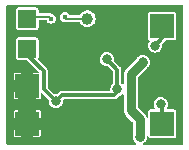
<source format=gbr>
%TF.GenerationSoftware,KiCad,Pcbnew,(6.0.5)*%
%TF.CreationDate,2023-01-22T23:41:33+00:00*%
%TF.ProjectId,TinyDrive,54696e79-4472-4697-9665-2e6b69636164,rev?*%
%TF.SameCoordinates,Original*%
%TF.FileFunction,Copper,L2,Bot*%
%TF.FilePolarity,Positive*%
%FSLAX46Y46*%
G04 Gerber Fmt 4.6, Leading zero omitted, Abs format (unit mm)*
G04 Created by KiCad (PCBNEW (6.0.5)) date 2023-01-22 23:41:33*
%MOMM*%
%LPD*%
G01*
G04 APERTURE LIST*
%TA.AperFunction,SMDPad,CuDef*%
%ADD10R,2.000000X2.000000*%
%TD*%
%TA.AperFunction,SMDPad,CuDef*%
%ADD11C,1.000000*%
%TD*%
%TA.AperFunction,SMDPad,CuDef*%
%ADD12R,1.500000X1.500000*%
%TD*%
%TA.AperFunction,ViaPad*%
%ADD13C,0.400000*%
%TD*%
%TA.AperFunction,ViaPad*%
%ADD14C,0.800000*%
%TD*%
%TA.AperFunction,Conductor*%
%ADD15C,0.800000*%
%TD*%
%TA.AperFunction,Conductor*%
%ADD16C,0.300000*%
%TD*%
%TA.AperFunction,Conductor*%
%ADD17C,0.200000*%
%TD*%
%TA.AperFunction,Conductor*%
%ADD18C,1.500000*%
%TD*%
G04 APERTURE END LIST*
D10*
%TO.P,TP4,1,1*%
%TO.N,GND*%
X92075000Y-90805000D03*
%TD*%
D11*
%TO.P,TP5,1,1*%
%TO.N,/UDPI*%
X97155000Y-81915000D03*
%TD*%
D10*
%TO.P,TP15,1,1*%
%TO.N,/M1+*%
X103505000Y-82550000D03*
%TD*%
%TO.P,TP3,1,1*%
%TO.N,GND*%
X92075000Y-87630000D03*
%TD*%
%TO.P,TP11,1,1*%
%TO.N,/M2+*%
X103505000Y-90805000D03*
%TD*%
D12*
%TO.P,TP9,1,1*%
%TO.N,/IBUS*%
X92075000Y-81915000D03*
%TD*%
%TO.P,TP8,1,1*%
%TO.N,+3V3*%
X92075000Y-84455000D03*
%TD*%
D13*
%TO.N,GND*%
X101854000Y-88900000D03*
X100076000Y-91313000D03*
X92202000Y-86106000D03*
X93980000Y-85852000D03*
X93683643Y-90889392D03*
X95504000Y-89662000D03*
X94784357Y-87587392D03*
X99355500Y-91402500D03*
X98044000Y-87376000D03*
X97282000Y-87376000D03*
X96266000Y-89662000D03*
X94742000Y-89662000D03*
D14*
%TO.N,+3V3*%
X94488000Y-88900000D03*
%TO.N,+BATT*%
X101854000Y-85598000D03*
X101600000Y-91948000D03*
D13*
%TO.N,GND*%
X100076000Y-81153000D03*
X93224500Y-89281000D03*
X95758000Y-84201000D03*
X104648000Y-85598000D03*
X93472000Y-83058000D03*
X96111200Y-81180800D03*
X90805000Y-89281000D03*
X90805000Y-83439000D03*
X101346000Y-82423000D03*
X101854000Y-81153000D03*
X104775000Y-81153000D03*
X102399500Y-86360000D03*
X90792510Y-92202000D03*
X99822000Y-85103000D03*
X104902000Y-89281000D03*
X102235000Y-84836000D03*
X104902000Y-92202000D03*
X97155000Y-85598000D03*
X98552000Y-82423000D03*
X104902000Y-84074000D03*
X104775000Y-87630000D03*
X90805000Y-81153000D03*
X90678000Y-85852000D03*
X103632000Y-86614000D03*
X98171000Y-85968980D03*
X103632000Y-84836000D03*
D14*
%TO.N,+3V3*%
X98806000Y-85344000D03*
X99712664Y-87899718D03*
D13*
%TO.N,/UDPI*%
X95250000Y-81788000D03*
%TO.N,/IBUS*%
X94107000Y-81915000D03*
D14*
%TO.N,/M1+*%
X102899752Y-84194285D03*
%TO.N,/M2+*%
X103378000Y-89154000D03*
%TD*%
D15*
%TO.N,+BATT*%
X100838000Y-89662000D02*
X101600000Y-90424000D01*
X101600000Y-90424000D02*
X101600000Y-91948000D01*
X100838000Y-86614000D02*
X100838000Y-89662000D01*
X101854000Y-85598000D02*
X100838000Y-86614000D01*
D16*
%TO.N,+3V3*%
X99712664Y-88120336D02*
X99441000Y-88392000D01*
X99712664Y-87899718D02*
X99712664Y-88120336D01*
X99695000Y-86233000D02*
X98806000Y-85344000D01*
X99712664Y-87899718D02*
X99695000Y-87882054D01*
X99695000Y-87882054D02*
X99695000Y-86233000D01*
D17*
%TO.N,/UDPI*%
X95377000Y-81915000D02*
X97155000Y-81915000D01*
X95250000Y-81788000D02*
X95377000Y-81915000D01*
D16*
%TO.N,+3V3*%
X92075000Y-84963000D02*
X92075000Y-84455000D01*
X93472000Y-86360000D02*
X92075000Y-84963000D01*
X94488000Y-88900000D02*
X93472000Y-87884000D01*
X93472000Y-87884000D02*
X93472000Y-86360000D01*
X94996000Y-88392000D02*
X99441000Y-88392000D01*
X94488000Y-88900000D02*
X94996000Y-88392000D01*
D18*
%TO.N,GND*%
X92075000Y-87630000D02*
X92075000Y-90805000D01*
D17*
%TO.N,/IBUS*%
X92239511Y-81750489D02*
X92075000Y-81915000D01*
X94107000Y-81915000D02*
X93942489Y-81750489D01*
X93942489Y-81750489D02*
X92239511Y-81750489D01*
D16*
%TO.N,/M1+*%
X102899752Y-84194285D02*
X103505000Y-83589037D01*
X103505000Y-83589037D02*
X103505000Y-82550000D01*
%TO.N,/M2+*%
X103505000Y-89281000D02*
X103505000Y-90805000D01*
X103378000Y-89154000D02*
X103505000Y-89281000D01*
%TD*%
%TA.AperFunction,Conductor*%
%TO.N,GND*%
G36*
X105263048Y-80791952D02*
G01*
X105281500Y-80836500D01*
X105281500Y-92518500D01*
X105263048Y-92563048D01*
X105218500Y-92581500D01*
X101946428Y-92581500D01*
X101901880Y-92563048D01*
X101883428Y-92518500D01*
X101901880Y-92473952D01*
X101908076Y-92468519D01*
X102025003Y-92378798D01*
X102028282Y-92376282D01*
X102039934Y-92361097D01*
X102122022Y-92254118D01*
X102122024Y-92254115D01*
X102124536Y-92250841D01*
X102185044Y-92104762D01*
X102205682Y-91948000D01*
X102203227Y-91929354D01*
X102215706Y-91882780D01*
X102257464Y-91858670D01*
X102304039Y-91871149D01*
X102318070Y-91886130D01*
X102346953Y-91929355D01*
X102360448Y-91949552D01*
X102365611Y-91953002D01*
X102421608Y-91990419D01*
X102421610Y-91990420D01*
X102426769Y-91993867D01*
X102432855Y-91995078D01*
X102432856Y-91995078D01*
X102447930Y-91998076D01*
X102485252Y-92005500D01*
X104524748Y-92005500D01*
X104562070Y-91998076D01*
X104577144Y-91995078D01*
X104577145Y-91995078D01*
X104583231Y-91993867D01*
X104588390Y-91990420D01*
X104588392Y-91990419D01*
X104644389Y-91953002D01*
X104649552Y-91949552D01*
X104661016Y-91932395D01*
X104690419Y-91888392D01*
X104690420Y-91888390D01*
X104693867Y-91883231D01*
X104705500Y-91824748D01*
X104705500Y-89785252D01*
X104693867Y-89726769D01*
X104690420Y-89721610D01*
X104690419Y-89721608D01*
X104653002Y-89665611D01*
X104649552Y-89660448D01*
X104592968Y-89622639D01*
X104588392Y-89619581D01*
X104588390Y-89619580D01*
X104583231Y-89616133D01*
X104577145Y-89614922D01*
X104577144Y-89614922D01*
X104562070Y-89611924D01*
X104524748Y-89604500D01*
X103918500Y-89604500D01*
X103873952Y-89586048D01*
X103855500Y-89541500D01*
X103855500Y-89539525D01*
X103868519Y-89501173D01*
X103900022Y-89460118D01*
X103900024Y-89460115D01*
X103902536Y-89456841D01*
X103912943Y-89431717D01*
X103961463Y-89314580D01*
X103961464Y-89314577D01*
X103963044Y-89310762D01*
X103983682Y-89154000D01*
X103963044Y-88997238D01*
X103924463Y-88904094D01*
X103904117Y-88854975D01*
X103904116Y-88854973D01*
X103902536Y-88851159D01*
X103900024Y-88847885D01*
X103900022Y-88847882D01*
X103808798Y-88728997D01*
X103806282Y-88725718D01*
X103753354Y-88685105D01*
X103684118Y-88631978D01*
X103684115Y-88631976D01*
X103680841Y-88629464D01*
X103677027Y-88627884D01*
X103677025Y-88627883D01*
X103538580Y-88570537D01*
X103538577Y-88570536D01*
X103534762Y-88568956D01*
X103378000Y-88548318D01*
X103221238Y-88568956D01*
X103217423Y-88570536D01*
X103217420Y-88570537D01*
X103078975Y-88627883D01*
X103078973Y-88627884D01*
X103075159Y-88629464D01*
X103071885Y-88631976D01*
X103071882Y-88631978D01*
X103002646Y-88685105D01*
X102949718Y-88725718D01*
X102947202Y-88728997D01*
X102855978Y-88847882D01*
X102855976Y-88847885D01*
X102853464Y-88851159D01*
X102851884Y-88854973D01*
X102851883Y-88854975D01*
X102831538Y-88904094D01*
X102792956Y-88997238D01*
X102772318Y-89154000D01*
X102792956Y-89310762D01*
X102794536Y-89314577D01*
X102794537Y-89314580D01*
X102843057Y-89431717D01*
X102853464Y-89456841D01*
X102887482Y-89501173D01*
X102888997Y-89503148D01*
X102901477Y-89549723D01*
X102877368Y-89591481D01*
X102839016Y-89604500D01*
X102485252Y-89604500D01*
X102447930Y-89611924D01*
X102432856Y-89614922D01*
X102432855Y-89614922D01*
X102426769Y-89616133D01*
X102421610Y-89619580D01*
X102421608Y-89619581D01*
X102417032Y-89622639D01*
X102360448Y-89660448D01*
X102356998Y-89665611D01*
X102319581Y-89721608D01*
X102319580Y-89721610D01*
X102316133Y-89726769D01*
X102304500Y-89785252D01*
X102304500Y-90238909D01*
X102286048Y-90283457D01*
X102241500Y-90301909D01*
X102196952Y-90283457D01*
X102183296Y-90263018D01*
X102126117Y-90124975D01*
X102126116Y-90124973D01*
X102124536Y-90121159D01*
X102122024Y-90117885D01*
X102122022Y-90117882D01*
X102052450Y-90027215D01*
X102030798Y-89998997D01*
X102028282Y-89995718D01*
X102000063Y-89974064D01*
X101993866Y-89968631D01*
X101456952Y-89431717D01*
X101438500Y-89387169D01*
X101438500Y-86888831D01*
X101456952Y-86844283D01*
X102247866Y-86053369D01*
X102254062Y-86047936D01*
X102279003Y-86028798D01*
X102282282Y-86026282D01*
X102293934Y-86011097D01*
X102376022Y-85904118D01*
X102376024Y-85904115D01*
X102378536Y-85900841D01*
X102380117Y-85897025D01*
X102437463Y-85758580D01*
X102437464Y-85758577D01*
X102439044Y-85754762D01*
X102459682Y-85598000D01*
X102439044Y-85441238D01*
X102426271Y-85410400D01*
X102380117Y-85298975D01*
X102380116Y-85298973D01*
X102378536Y-85295159D01*
X102376024Y-85291885D01*
X102376022Y-85291882D01*
X102284798Y-85172997D01*
X102282282Y-85169718D01*
X102267097Y-85158066D01*
X102160118Y-85075978D01*
X102160115Y-85075976D01*
X102156841Y-85073464D01*
X102153027Y-85071884D01*
X102153025Y-85071883D01*
X102014580Y-85014537D01*
X102014577Y-85014536D01*
X102010762Y-85012956D01*
X101854000Y-84992318D01*
X101697238Y-85012956D01*
X101693423Y-85014536D01*
X101693420Y-85014537D01*
X101554975Y-85071883D01*
X101554973Y-85071884D01*
X101551159Y-85073464D01*
X101547885Y-85075976D01*
X101547882Y-85075978D01*
X101440903Y-85158066D01*
X101425718Y-85169718D01*
X101423202Y-85172997D01*
X101404064Y-85197938D01*
X101398631Y-85204134D01*
X100444134Y-86158631D01*
X100437937Y-86164064D01*
X100409718Y-86185718D01*
X100407202Y-86188997D01*
X100360593Y-86249739D01*
X100315978Y-86307882D01*
X100315976Y-86307885D01*
X100313464Y-86311159D01*
X100311884Y-86314973D01*
X100311883Y-86314975D01*
X100274959Y-86404119D01*
X100252956Y-86457238D01*
X100232318Y-86614000D01*
X100232857Y-86618094D01*
X100236961Y-86649267D01*
X100237500Y-86657490D01*
X100237500Y-87417773D01*
X100219048Y-87462321D01*
X100174500Y-87480773D01*
X100136148Y-87467754D01*
X100070148Y-87417111D01*
X100046039Y-87375353D01*
X100045500Y-87367130D01*
X100045500Y-86277119D01*
X100046911Y-86263859D01*
X100048855Y-86254828D01*
X100049951Y-86249739D01*
X100045937Y-86215825D01*
X100045500Y-86208420D01*
X100045500Y-86203885D01*
X100042362Y-86185031D01*
X100041946Y-86182106D01*
X100036236Y-86133862D01*
X100033981Y-86129165D01*
X100033074Y-86126044D01*
X100032043Y-86123032D01*
X100031188Y-86117897D01*
X100008110Y-86075126D01*
X100006762Y-86072481D01*
X99996184Y-86050452D01*
X99985726Y-86028674D01*
X99982408Y-86024726D01*
X99981972Y-86024290D01*
X99979135Y-86020928D01*
X99978250Y-86019787D01*
X99975778Y-86015206D01*
X99938464Y-85980713D01*
X99936682Y-85979000D01*
X99420853Y-85463171D01*
X99402401Y-85418623D01*
X99402940Y-85410400D01*
X99411143Y-85348094D01*
X99411682Y-85344000D01*
X99391044Y-85187238D01*
X99385146Y-85172997D01*
X99332117Y-85044975D01*
X99332116Y-85044973D01*
X99330536Y-85041159D01*
X99328024Y-85037885D01*
X99328022Y-85037882D01*
X99236798Y-84918997D01*
X99234282Y-84915718D01*
X99219097Y-84904066D01*
X99112118Y-84821978D01*
X99112115Y-84821976D01*
X99108841Y-84819464D01*
X99105027Y-84817884D01*
X99105025Y-84817883D01*
X98966580Y-84760537D01*
X98966577Y-84760536D01*
X98962762Y-84758956D01*
X98806000Y-84738318D01*
X98649238Y-84758956D01*
X98645423Y-84760536D01*
X98645420Y-84760537D01*
X98506975Y-84817883D01*
X98506973Y-84817884D01*
X98503159Y-84819464D01*
X98499885Y-84821976D01*
X98499882Y-84821978D01*
X98392903Y-84904066D01*
X98377718Y-84915718D01*
X98375202Y-84918997D01*
X98283978Y-85037882D01*
X98283976Y-85037885D01*
X98281464Y-85041159D01*
X98279884Y-85044973D01*
X98279883Y-85044975D01*
X98226855Y-85172997D01*
X98220956Y-85187238D01*
X98200318Y-85344000D01*
X98220956Y-85500762D01*
X98222536Y-85504577D01*
X98222537Y-85504580D01*
X98261233Y-85598000D01*
X98281464Y-85646841D01*
X98283976Y-85650115D01*
X98283978Y-85650118D01*
X98361132Y-85750667D01*
X98377718Y-85772282D01*
X98380997Y-85774798D01*
X98499882Y-85866022D01*
X98499885Y-85866024D01*
X98503159Y-85868536D01*
X98506973Y-85870116D01*
X98506975Y-85870117D01*
X98645420Y-85927463D01*
X98645423Y-85927464D01*
X98649238Y-85929044D01*
X98806000Y-85949682D01*
X98872401Y-85940940D01*
X98918975Y-85953420D01*
X98925171Y-85958853D01*
X99326048Y-86359729D01*
X99344500Y-86404277D01*
X99344500Y-87394238D01*
X99326048Y-87438786D01*
X99319852Y-87444219D01*
X99284382Y-87471436D01*
X99272730Y-87486621D01*
X99190642Y-87593600D01*
X99190640Y-87593603D01*
X99188128Y-87596877D01*
X99127620Y-87742956D01*
X99106982Y-87899718D01*
X99107521Y-87903812D01*
X99116271Y-87970277D01*
X99103791Y-88016852D01*
X99062033Y-88040961D01*
X99053810Y-88041500D01*
X95040119Y-88041500D01*
X95026859Y-88040089D01*
X95012739Y-88037049D01*
X95007568Y-88037661D01*
X94978825Y-88041063D01*
X94971420Y-88041500D01*
X94966885Y-88041500D01*
X94964322Y-88041927D01*
X94964317Y-88041927D01*
X94948042Y-88044636D01*
X94945104Y-88045054D01*
X94931800Y-88046629D01*
X94896861Y-88050764D01*
X94892167Y-88053018D01*
X94889067Y-88053918D01*
X94886033Y-88054957D01*
X94880897Y-88055812D01*
X94876313Y-88058285D01*
X94876314Y-88058285D01*
X94838134Y-88078886D01*
X94835489Y-88080234D01*
X94795246Y-88099558D01*
X94795244Y-88099559D01*
X94791673Y-88101274D01*
X94787726Y-88104593D01*
X94787296Y-88105023D01*
X94783926Y-88107867D01*
X94782788Y-88108749D01*
X94778206Y-88111222D01*
X94774671Y-88115046D01*
X94743702Y-88148547D01*
X94741988Y-88150330D01*
X94674089Y-88218230D01*
X94607172Y-88285147D01*
X94562624Y-88303599D01*
X94554405Y-88303060D01*
X94488000Y-88294318D01*
X94421599Y-88303060D01*
X94375025Y-88290580D01*
X94368829Y-88285147D01*
X93840952Y-87757270D01*
X93822500Y-87712722D01*
X93822500Y-86404119D01*
X93823911Y-86390859D01*
X93825855Y-86381828D01*
X93826951Y-86376739D01*
X93822937Y-86342825D01*
X93822500Y-86335420D01*
X93822500Y-86330885D01*
X93819364Y-86312042D01*
X93818946Y-86309104D01*
X93815160Y-86277119D01*
X93813236Y-86260861D01*
X93810982Y-86256167D01*
X93810082Y-86253067D01*
X93809043Y-86250033D01*
X93808188Y-86244897D01*
X93785114Y-86202134D01*
X93783766Y-86199489D01*
X93764442Y-86159246D01*
X93764441Y-86159244D01*
X93762726Y-86155673D01*
X93759408Y-86151726D01*
X93758973Y-86151291D01*
X93756135Y-86147927D01*
X93755248Y-86146784D01*
X93752778Y-86142206D01*
X93715464Y-86107713D01*
X93713682Y-86106000D01*
X93001177Y-85393495D01*
X92982725Y-85348947D01*
X92993342Y-85313948D01*
X93013867Y-85283231D01*
X93025500Y-85224748D01*
X93025500Y-84194285D01*
X102294070Y-84194285D01*
X102314708Y-84351047D01*
X102375216Y-84497126D01*
X102377728Y-84500400D01*
X102377730Y-84500403D01*
X102459818Y-84607382D01*
X102471470Y-84622567D01*
X102474749Y-84625083D01*
X102593634Y-84716307D01*
X102593637Y-84716309D01*
X102596911Y-84718821D01*
X102600725Y-84720401D01*
X102600727Y-84720402D01*
X102739172Y-84777748D01*
X102739175Y-84777749D01*
X102742990Y-84779329D01*
X102899752Y-84799967D01*
X103056514Y-84779329D01*
X103060329Y-84777749D01*
X103060332Y-84777748D01*
X103198777Y-84720402D01*
X103198779Y-84720401D01*
X103202593Y-84718821D01*
X103205867Y-84716309D01*
X103205870Y-84716307D01*
X103324755Y-84625083D01*
X103328034Y-84622567D01*
X103339686Y-84607382D01*
X103421774Y-84500403D01*
X103421776Y-84500400D01*
X103424288Y-84497126D01*
X103484796Y-84351047D01*
X103505434Y-84194285D01*
X103496692Y-84127883D01*
X103509172Y-84081309D01*
X103514605Y-84075113D01*
X103721642Y-83868076D01*
X103732017Y-83859698D01*
X103739774Y-83854689D01*
X103739775Y-83854688D01*
X103744152Y-83851862D01*
X103765300Y-83825036D01*
X103770226Y-83819492D01*
X103773428Y-83816290D01*
X103774936Y-83814180D01*
X103774941Y-83814174D01*
X103784527Y-83800760D01*
X103786308Y-83798388D01*
X103805142Y-83774497D01*
X103847212Y-83750937D01*
X103854617Y-83750500D01*
X104524748Y-83750500D01*
X104562070Y-83743076D01*
X104577144Y-83740078D01*
X104577145Y-83740078D01*
X104583231Y-83738867D01*
X104588390Y-83735420D01*
X104588392Y-83735419D01*
X104644389Y-83698002D01*
X104649552Y-83694552D01*
X104655766Y-83685252D01*
X104690419Y-83633392D01*
X104690420Y-83633390D01*
X104693867Y-83628231D01*
X104695185Y-83621608D01*
X104704896Y-83572782D01*
X104705500Y-83569748D01*
X104705500Y-81530252D01*
X104696248Y-81483740D01*
X104695078Y-81477856D01*
X104695078Y-81477855D01*
X104693867Y-81471769D01*
X104690420Y-81466610D01*
X104690419Y-81466608D01*
X104653002Y-81410611D01*
X104649552Y-81405448D01*
X104621927Y-81386989D01*
X104588392Y-81364581D01*
X104588390Y-81364580D01*
X104583231Y-81361133D01*
X104577145Y-81359922D01*
X104577144Y-81359922D01*
X104562070Y-81356924D01*
X104524748Y-81349500D01*
X102485252Y-81349500D01*
X102447930Y-81356924D01*
X102432856Y-81359922D01*
X102432855Y-81359922D01*
X102426769Y-81361133D01*
X102421610Y-81364580D01*
X102421608Y-81364581D01*
X102388073Y-81386989D01*
X102360448Y-81405448D01*
X102356998Y-81410611D01*
X102319581Y-81466608D01*
X102319580Y-81466610D01*
X102316133Y-81471769D01*
X102314922Y-81477855D01*
X102314922Y-81477856D01*
X102313752Y-81483740D01*
X102304500Y-81530252D01*
X102304500Y-83569748D01*
X102305104Y-83572782D01*
X102314816Y-83621608D01*
X102316133Y-83628231D01*
X102319580Y-83633390D01*
X102319581Y-83633392D01*
X102354234Y-83685252D01*
X102360448Y-83694552D01*
X102365611Y-83698002D01*
X102414156Y-83730439D01*
X102440945Y-83770531D01*
X102429137Y-83821172D01*
X102375216Y-83891444D01*
X102314708Y-84037523D01*
X102294070Y-84194285D01*
X93025500Y-84194285D01*
X93025500Y-83685252D01*
X93018076Y-83647930D01*
X93015078Y-83632856D01*
X93015078Y-83632855D01*
X93013867Y-83626769D01*
X93010420Y-83621610D01*
X93010419Y-83621608D01*
X92973002Y-83565611D01*
X92969552Y-83560448D01*
X92964389Y-83556998D01*
X92908392Y-83519581D01*
X92908390Y-83519580D01*
X92903231Y-83516133D01*
X92897145Y-83514922D01*
X92897144Y-83514922D01*
X92882070Y-83511924D01*
X92844748Y-83504500D01*
X91305252Y-83504500D01*
X91267930Y-83511924D01*
X91252856Y-83514922D01*
X91252855Y-83514922D01*
X91246769Y-83516133D01*
X91241610Y-83519580D01*
X91241608Y-83519581D01*
X91185611Y-83556998D01*
X91180448Y-83560448D01*
X91176998Y-83565611D01*
X91139581Y-83621608D01*
X91139580Y-83621610D01*
X91136133Y-83626769D01*
X91134922Y-83632855D01*
X91134922Y-83632856D01*
X91131924Y-83647930D01*
X91124500Y-83685252D01*
X91124500Y-85224748D01*
X91136133Y-85283231D01*
X91139580Y-85288389D01*
X91139581Y-85288392D01*
X91176738Y-85344000D01*
X91180448Y-85349552D01*
X91185611Y-85353002D01*
X91241608Y-85390419D01*
X91241610Y-85390420D01*
X91246769Y-85393867D01*
X91252855Y-85395078D01*
X91252856Y-85395078D01*
X91267930Y-85398076D01*
X91305252Y-85405500D01*
X91995722Y-85405500D01*
X92040270Y-85423952D01*
X93010770Y-86394452D01*
X93029222Y-86439000D01*
X93010770Y-86483548D01*
X92966222Y-86502000D01*
X92599533Y-86502000D01*
X92590671Y-86505671D01*
X92587000Y-86514533D01*
X92587000Y-88745466D01*
X92590671Y-88754328D01*
X92599533Y-88757999D01*
X93084511Y-88757999D01*
X93090645Y-88757395D01*
X93118858Y-88751784D01*
X93130103Y-88747126D01*
X93162120Y-88725733D01*
X93170733Y-88717120D01*
X93192125Y-88685105D01*
X93196785Y-88673856D01*
X93202397Y-88645643D01*
X93203000Y-88639514D01*
X93203000Y-88262778D01*
X93221452Y-88218230D01*
X93266000Y-88199778D01*
X93310548Y-88218230D01*
X93873147Y-88780828D01*
X93891599Y-88825376D01*
X93891060Y-88833595D01*
X93882318Y-88900000D01*
X93902956Y-89056762D01*
X93904536Y-89060577D01*
X93904537Y-89060580D01*
X93943233Y-89154000D01*
X93963464Y-89202841D01*
X93965976Y-89206115D01*
X93965978Y-89206118D01*
X94043132Y-89306667D01*
X94059718Y-89328282D01*
X94062997Y-89330798D01*
X94181882Y-89422022D01*
X94181885Y-89422024D01*
X94185159Y-89424536D01*
X94188973Y-89426116D01*
X94188975Y-89426117D01*
X94327420Y-89483463D01*
X94327423Y-89483464D01*
X94331238Y-89485044D01*
X94488000Y-89505682D01*
X94644762Y-89485044D01*
X94648577Y-89483464D01*
X94648580Y-89483463D01*
X94787025Y-89426117D01*
X94787027Y-89426116D01*
X94790841Y-89424536D01*
X94794115Y-89422024D01*
X94794118Y-89422022D01*
X94913003Y-89330798D01*
X94916282Y-89328282D01*
X94932868Y-89306667D01*
X95010022Y-89206118D01*
X95010024Y-89206115D01*
X95012536Y-89202841D01*
X95032767Y-89154000D01*
X95071463Y-89060580D01*
X95071464Y-89060577D01*
X95073044Y-89056762D01*
X95093682Y-88900000D01*
X95084940Y-88833599D01*
X95097420Y-88787025D01*
X95102853Y-88780829D01*
X95122730Y-88760952D01*
X95167278Y-88742500D01*
X99396881Y-88742500D01*
X99410141Y-88743911D01*
X99424261Y-88746951D01*
X99429432Y-88746339D01*
X99458175Y-88742937D01*
X99465580Y-88742500D01*
X99470115Y-88742500D01*
X99488969Y-88739362D01*
X99491886Y-88738947D01*
X99540138Y-88733236D01*
X99544835Y-88730981D01*
X99547956Y-88730074D01*
X99550968Y-88729043D01*
X99556103Y-88728188D01*
X99598874Y-88705110D01*
X99601519Y-88703762D01*
X99610748Y-88699330D01*
X99645326Y-88682726D01*
X99649274Y-88679408D01*
X99649710Y-88678972D01*
X99653072Y-88676135D01*
X99654213Y-88675250D01*
X99658794Y-88672778D01*
X99693289Y-88635462D01*
X99695002Y-88633680D01*
X99759726Y-88568956D01*
X99824930Y-88503751D01*
X99861253Y-88485838D01*
X99865332Y-88485301D01*
X99869426Y-88484762D01*
X99873241Y-88483182D01*
X99873244Y-88483181D01*
X100011689Y-88425835D01*
X100011691Y-88425834D01*
X100015505Y-88424254D01*
X100018779Y-88421742D01*
X100018782Y-88421740D01*
X100136148Y-88331682D01*
X100182723Y-88319202D01*
X100224481Y-88343311D01*
X100237500Y-88381663D01*
X100237500Y-89618510D01*
X100236961Y-89626733D01*
X100232318Y-89662000D01*
X100237500Y-89701361D01*
X100252956Y-89818762D01*
X100313464Y-89964841D01*
X100315976Y-89968115D01*
X100315978Y-89968118D01*
X100361325Y-90027215D01*
X100409718Y-90090282D01*
X100412997Y-90092798D01*
X100437938Y-90111936D01*
X100444134Y-90117369D01*
X100981048Y-90654283D01*
X100999500Y-90698831D01*
X100999500Y-91904510D01*
X100998961Y-91912733D01*
X100994318Y-91948000D01*
X101001888Y-92005500D01*
X101014956Y-92104762D01*
X101075464Y-92250841D01*
X101077976Y-92254115D01*
X101077978Y-92254118D01*
X101160066Y-92361097D01*
X101171718Y-92376282D01*
X101174997Y-92378798D01*
X101291924Y-92468519D01*
X101316033Y-92510277D01*
X101303553Y-92556852D01*
X101261795Y-92580961D01*
X101253572Y-92581500D01*
X90361500Y-92581500D01*
X90316952Y-92563048D01*
X90298500Y-92518500D01*
X90298500Y-91814511D01*
X90947001Y-91814511D01*
X90947605Y-91820645D01*
X90953216Y-91848858D01*
X90957874Y-91860103D01*
X90979267Y-91892120D01*
X90987880Y-91900733D01*
X91019895Y-91922125D01*
X91031144Y-91926785D01*
X91059357Y-91932397D01*
X91065486Y-91933000D01*
X91550467Y-91933000D01*
X91559329Y-91929329D01*
X91563000Y-91920467D01*
X91563000Y-91920466D01*
X92587000Y-91920466D01*
X92590671Y-91929328D01*
X92599533Y-91932999D01*
X93084511Y-91932999D01*
X93090645Y-91932395D01*
X93118858Y-91926784D01*
X93130103Y-91922126D01*
X93162120Y-91900733D01*
X93170733Y-91892120D01*
X93192125Y-91860105D01*
X93196785Y-91848856D01*
X93202397Y-91820643D01*
X93203000Y-91814514D01*
X93203000Y-91329533D01*
X93199329Y-91320671D01*
X93190467Y-91317000D01*
X92599533Y-91317000D01*
X92590671Y-91320671D01*
X92587000Y-91329533D01*
X92587000Y-91920466D01*
X91563000Y-91920466D01*
X91563000Y-91329533D01*
X91559329Y-91320671D01*
X91550467Y-91317000D01*
X90959534Y-91317000D01*
X90950672Y-91320671D01*
X90947001Y-91329533D01*
X90947001Y-91814511D01*
X90298500Y-91814511D01*
X90298500Y-90280467D01*
X90947000Y-90280467D01*
X90950671Y-90289329D01*
X90959533Y-90293000D01*
X91550467Y-90293000D01*
X91559329Y-90289329D01*
X91563000Y-90280467D01*
X92587000Y-90280467D01*
X92590671Y-90289329D01*
X92599533Y-90293000D01*
X93190466Y-90293000D01*
X93199328Y-90289329D01*
X93202999Y-90280467D01*
X93202999Y-89795489D01*
X93202395Y-89789355D01*
X93196784Y-89761142D01*
X93192126Y-89749897D01*
X93170733Y-89717880D01*
X93162120Y-89709267D01*
X93130105Y-89687875D01*
X93118856Y-89683215D01*
X93090643Y-89677603D01*
X93084514Y-89677000D01*
X92599533Y-89677000D01*
X92590671Y-89680671D01*
X92587000Y-89689533D01*
X92587000Y-90280467D01*
X91563000Y-90280467D01*
X91563000Y-89689534D01*
X91559329Y-89680672D01*
X91550467Y-89677001D01*
X91065489Y-89677001D01*
X91059355Y-89677605D01*
X91031142Y-89683216D01*
X91019897Y-89687874D01*
X90987880Y-89709267D01*
X90979267Y-89717880D01*
X90957875Y-89749895D01*
X90953215Y-89761144D01*
X90947603Y-89789357D01*
X90947000Y-89795486D01*
X90947000Y-90280467D01*
X90298500Y-90280467D01*
X90298500Y-88639511D01*
X90947001Y-88639511D01*
X90947605Y-88645645D01*
X90953216Y-88673858D01*
X90957874Y-88685103D01*
X90979267Y-88717120D01*
X90987880Y-88725733D01*
X91019895Y-88747125D01*
X91031144Y-88751785D01*
X91059357Y-88757397D01*
X91065486Y-88758000D01*
X91550467Y-88758000D01*
X91559329Y-88754329D01*
X91563000Y-88745467D01*
X91563000Y-88154533D01*
X91559329Y-88145671D01*
X91550467Y-88142000D01*
X90959534Y-88142000D01*
X90950672Y-88145671D01*
X90947001Y-88154533D01*
X90947001Y-88639511D01*
X90298500Y-88639511D01*
X90298500Y-87105467D01*
X90947000Y-87105467D01*
X90950671Y-87114329D01*
X90959533Y-87118000D01*
X91550467Y-87118000D01*
X91559329Y-87114329D01*
X91563000Y-87105467D01*
X91563000Y-86514534D01*
X91559329Y-86505672D01*
X91550467Y-86502001D01*
X91065489Y-86502001D01*
X91059355Y-86502605D01*
X91031142Y-86508216D01*
X91019897Y-86512874D01*
X90987880Y-86534267D01*
X90979267Y-86542880D01*
X90957875Y-86574895D01*
X90953215Y-86586144D01*
X90947603Y-86614357D01*
X90947000Y-86620486D01*
X90947000Y-87105467D01*
X90298500Y-87105467D01*
X90298500Y-82684748D01*
X91124500Y-82684748D01*
X91136133Y-82743231D01*
X91139580Y-82748390D01*
X91139581Y-82748392D01*
X91176998Y-82804389D01*
X91180448Y-82809552D01*
X91185611Y-82813002D01*
X91241608Y-82850419D01*
X91241610Y-82850420D01*
X91246769Y-82853867D01*
X91252855Y-82855078D01*
X91252856Y-82855078D01*
X91267930Y-82858076D01*
X91305252Y-82865500D01*
X92844748Y-82865500D01*
X92882070Y-82858076D01*
X92897144Y-82855078D01*
X92897145Y-82855078D01*
X92903231Y-82853867D01*
X92908390Y-82850420D01*
X92908392Y-82850419D01*
X92964389Y-82813002D01*
X92969552Y-82809552D01*
X92973002Y-82804389D01*
X93010419Y-82748392D01*
X93010420Y-82748390D01*
X93013867Y-82743231D01*
X93025500Y-82684748D01*
X93025500Y-82113989D01*
X93043952Y-82069441D01*
X93088500Y-82050989D01*
X93665745Y-82050989D01*
X93710293Y-82069441D01*
X93721878Y-82085388D01*
X93762567Y-82165245D01*
X93856755Y-82259433D01*
X93975438Y-82319905D01*
X94107000Y-82340742D01*
X94238562Y-82319905D01*
X94357245Y-82259433D01*
X94451433Y-82165245D01*
X94511905Y-82046562D01*
X94532742Y-81915000D01*
X94512628Y-81788000D01*
X94824258Y-81788000D01*
X94845095Y-81919562D01*
X94905567Y-82038245D01*
X94999755Y-82132433D01*
X95118438Y-82192905D01*
X95203644Y-82206400D01*
X95243295Y-82212680D01*
X95250000Y-82213742D01*
X95279252Y-82209109D01*
X95309108Y-82212445D01*
X95309171Y-82212184D01*
X95311208Y-82212680D01*
X95312445Y-82212818D01*
X95317622Y-82214883D01*
X95322048Y-82215317D01*
X95322083Y-82215320D01*
X95323915Y-82215500D01*
X95334296Y-82215500D01*
X95348843Y-82217202D01*
X95362066Y-82220340D01*
X95367827Y-82219556D01*
X95367828Y-82219556D01*
X95393405Y-82216075D01*
X95401901Y-82215500D01*
X96479355Y-82215500D01*
X96523903Y-82233952D01*
X96531646Y-82243362D01*
X96596561Y-82339966D01*
X96620830Y-82376083D01*
X96746233Y-82490191D01*
X96895235Y-82571092D01*
X96898904Y-82572054D01*
X96898905Y-82572055D01*
X96928340Y-82579777D01*
X97059233Y-82614116D01*
X97063026Y-82614176D01*
X97063029Y-82614176D01*
X97149488Y-82615534D01*
X97228760Y-82616779D01*
X97270217Y-82607284D01*
X97390324Y-82579777D01*
X97390327Y-82579776D01*
X97394029Y-82578928D01*
X97397427Y-82577219D01*
X97542101Y-82504456D01*
X97542104Y-82504454D01*
X97545498Y-82502747D01*
X97563191Y-82487636D01*
X97671534Y-82395102D01*
X97671536Y-82395099D01*
X97674423Y-82392634D01*
X97712269Y-82339966D01*
X97771146Y-82258030D01*
X97771147Y-82258028D01*
X97773361Y-82254947D01*
X97836601Y-82097634D01*
X97840614Y-82069441D01*
X97860199Y-81931820D01*
X97860490Y-81929778D01*
X97860645Y-81915000D01*
X97840276Y-81746680D01*
X97804505Y-81652015D01*
X97781687Y-81591628D01*
X97781686Y-81591627D01*
X97780345Y-81588077D01*
X97684312Y-81448349D01*
X97680721Y-81445149D01*
X97585064Y-81359922D01*
X97557721Y-81335560D01*
X97545779Y-81329237D01*
X97411236Y-81258000D01*
X97411233Y-81257999D01*
X97407881Y-81256224D01*
X97404203Y-81255300D01*
X97404200Y-81255299D01*
X97247121Y-81215843D01*
X97247118Y-81215843D01*
X97243441Y-81214919D01*
X97239646Y-81214899D01*
X97239645Y-81214899D01*
X97158668Y-81214475D01*
X97073895Y-81214031D01*
X97070206Y-81214917D01*
X97070203Y-81214917D01*
X96956557Y-81242202D01*
X96909032Y-81253612D01*
X96758369Y-81331375D01*
X96755510Y-81333869D01*
X96699971Y-81382319D01*
X96630604Y-81442831D01*
X96628419Y-81445940D01*
X96538366Y-81574073D01*
X96533113Y-81581547D01*
X96532958Y-81581944D01*
X96496463Y-81611812D01*
X96478257Y-81614500D01*
X95672143Y-81614500D01*
X95627595Y-81596048D01*
X95616010Y-81580102D01*
X95596685Y-81542175D01*
X95594433Y-81537755D01*
X95500245Y-81443567D01*
X95381562Y-81383095D01*
X95250000Y-81362258D01*
X95118438Y-81383095D01*
X94999755Y-81443567D01*
X94905567Y-81537755D01*
X94845095Y-81656438D01*
X94824258Y-81788000D01*
X94512628Y-81788000D01*
X94511905Y-81783438D01*
X94451433Y-81664755D01*
X94357245Y-81570567D01*
X94238562Y-81510095D01*
X94107000Y-81489258D01*
X94107193Y-81488040D01*
X94077989Y-81478986D01*
X94066343Y-81470997D01*
X94037854Y-81464237D01*
X94029063Y-81461456D01*
X94001867Y-81450606D01*
X93997441Y-81450172D01*
X93997406Y-81450169D01*
X93995574Y-81449989D01*
X93985193Y-81449989D01*
X93970646Y-81448287D01*
X93965530Y-81447073D01*
X93957423Y-81445149D01*
X93951662Y-81445933D01*
X93951661Y-81445933D01*
X93926084Y-81449414D01*
X93917588Y-81449989D01*
X93088500Y-81449989D01*
X93043952Y-81431537D01*
X93025500Y-81386989D01*
X93025500Y-81145252D01*
X93013867Y-81086769D01*
X93010420Y-81081610D01*
X93010419Y-81081608D01*
X92973002Y-81025611D01*
X92969552Y-81020448D01*
X92964389Y-81016998D01*
X92908392Y-80979581D01*
X92908390Y-80979580D01*
X92903231Y-80976133D01*
X92897145Y-80974922D01*
X92897144Y-80974922D01*
X92882070Y-80971924D01*
X92844748Y-80964500D01*
X91305252Y-80964500D01*
X91267930Y-80971924D01*
X91252856Y-80974922D01*
X91252855Y-80974922D01*
X91246769Y-80976133D01*
X91241610Y-80979580D01*
X91241608Y-80979581D01*
X91185611Y-81016998D01*
X91180448Y-81020448D01*
X91176998Y-81025611D01*
X91139581Y-81081608D01*
X91139580Y-81081610D01*
X91136133Y-81086769D01*
X91124500Y-81145252D01*
X91124500Y-82684748D01*
X90298500Y-82684748D01*
X90298500Y-80836500D01*
X90316952Y-80791952D01*
X90361500Y-80773500D01*
X105218500Y-80773500D01*
X105263048Y-80791952D01*
G37*
%TD.AperFunction*%
%TD*%
M02*

</source>
